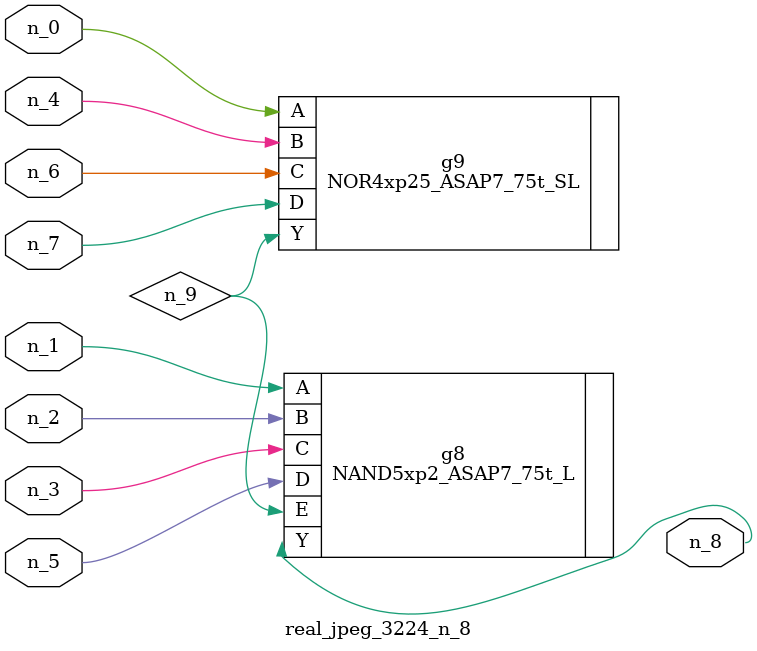
<source format=v>
module real_jpeg_3224_n_8 (n_5, n_4, n_0, n_1, n_2, n_6, n_7, n_3, n_8);

input n_5;
input n_4;
input n_0;
input n_1;
input n_2;
input n_6;
input n_7;
input n_3;

output n_8;

wire n_9;

NOR4xp25_ASAP7_75t_SL g9 ( 
.A(n_0),
.B(n_4),
.C(n_6),
.D(n_7),
.Y(n_9)
);

NAND5xp2_ASAP7_75t_L g8 ( 
.A(n_1),
.B(n_2),
.C(n_3),
.D(n_5),
.E(n_9),
.Y(n_8)
);


endmodule
</source>
